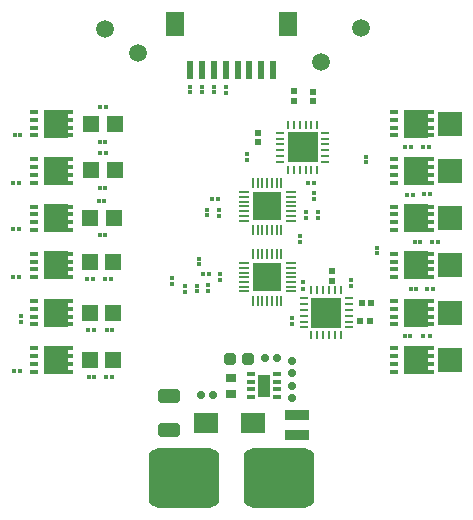
<source format=gbr>
%TF.GenerationSoftware,KiCad,Pcbnew,9.0.6*%
%TF.CreationDate,2025-12-26T21:42:16+01:00*%
%TF.ProjectId,esc,6573632e-6b69-4636-9164-5f7063625858,rev?*%
%TF.SameCoordinates,Original*%
%TF.FileFunction,Soldermask,Top*%
%TF.FilePolarity,Negative*%
%FSLAX46Y46*%
G04 Gerber Fmt 4.6, Leading zero omitted, Abs format (unit mm)*
G04 Created by KiCad (PCBNEW 9.0.6) date 2025-12-26 21:42:16*
%MOMM*%
%LPD*%
G01*
G04 APERTURE LIST*
G04 Aperture macros list*
%AMRoundRect*
0 Rectangle with rounded corners*
0 $1 Rounding radius*
0 $2 $3 $4 $5 $6 $7 $8 $9 X,Y pos of 4 corners*
0 Add a 4 corners polygon primitive as box body*
4,1,4,$2,$3,$4,$5,$6,$7,$8,$9,$2,$3,0*
0 Add four circle primitives for the rounded corners*
1,1,$1+$1,$2,$3*
1,1,$1+$1,$4,$5*
1,1,$1+$1,$6,$7*
1,1,$1+$1,$8,$9*
0 Add four rect primitives between the rounded corners*
20,1,$1+$1,$2,$3,$4,$5,0*
20,1,$1+$1,$4,$5,$6,$7,0*
20,1,$1+$1,$6,$7,$8,$9,0*
20,1,$1+$1,$8,$9,$2,$3,0*%
G04 Aperture macros list end*
%ADD10R,0.300000X0.320000*%
%ADD11R,0.280000X0.660000*%
%ADD12R,0.660000X0.280000*%
%ADD13R,2.550000X2.550000*%
%ADD14RoundRect,0.750000X-2.250000X-1.750000X2.250000X-1.750000X2.250000X1.750000X-2.250000X1.750000X0*%
%ADD15R,0.370000X0.320000*%
%ADD16R,2.000000X2.000000*%
%ADD17R,0.320000X0.300000*%
%ADD18R,0.800000X0.400000*%
%ADD19R,2.100000X2.400000*%
%ADD20R,1.410000X1.350000*%
%ADD21RoundRect,0.159000X-0.189000X0.159000X-0.189000X-0.159000X0.189000X-0.159000X0.189000X0.159000X0*%
%ADD22R,0.600000X0.500000*%
%ADD23R,0.500000X0.600000*%
%ADD24R,0.200000X0.850000*%
%ADD25R,0.850000X0.200000*%
%ADD26R,2.400000X2.400000*%
%ADD27RoundRect,0.265778X-0.647222X0.332222X-0.647222X-0.332222X0.647222X-0.332222X0.647222X0.332222X0*%
%ADD28C,1.500000*%
%ADD29R,0.320000X0.370000*%
%ADD30R,2.000000X0.850000*%
%ADD31RoundRect,0.244000X-0.244000X-0.269000X0.244000X-0.269000X0.244000X0.269000X-0.244000X0.269000X0*%
%ADD32RoundRect,0.159000X-0.159000X-0.189000X0.159000X-0.189000X0.159000X0.189000X-0.159000X0.189000X0*%
%ADD33R,0.900000X0.800000*%
%ADD34R,0.650000X0.450000*%
%ADD35R,1.100000X1.900000*%
%ADD36R,2.000000X1.800000*%
%ADD37R,0.600000X1.550000*%
%ADD38R,1.500000X2.000000*%
G04 APERTURE END LIST*
D10*
%TO.C,R55*%
X143415000Y-99000000D03*
X142935000Y-99000000D03*
%TD*%
D11*
%TO.C,U17*%
X158950000Y-96410000D03*
X159450000Y-96410000D03*
X159950000Y-96410000D03*
X160450000Y-96410000D03*
X160950000Y-96410000D03*
X161450000Y-96410000D03*
D12*
X162110000Y-95750000D03*
X162110000Y-95250000D03*
X162110000Y-94750000D03*
X162110000Y-94250000D03*
X162110000Y-93750000D03*
X162110000Y-93250000D03*
D11*
X161450000Y-92590000D03*
X160950000Y-92590000D03*
X160450000Y-92590000D03*
X159950000Y-92590000D03*
X159450000Y-92590000D03*
X158950000Y-92590000D03*
D12*
X158290000Y-93250000D03*
X158290000Y-93750000D03*
X158290000Y-94250000D03*
X158290000Y-94750000D03*
X158290000Y-95250000D03*
X158290000Y-95750000D03*
D13*
X160200000Y-94500000D03*
%TD*%
D14*
%TO.C,GND*%
X150200000Y-122500000D03*
%TD*%
D15*
%TO.C,C34*%
X171670000Y-102525000D03*
X171130000Y-102525000D03*
%TD*%
%TO.C,C22*%
X153070000Y-98850000D03*
X152530000Y-98850000D03*
%TD*%
D16*
%TO.C,U20*%
X172700000Y-92500000D03*
%TD*%
D17*
%TO.C,R38*%
X136325000Y-109290000D03*
X136325000Y-108810000D03*
%TD*%
D18*
%TO.C,Q2*%
X167950000Y-111520000D03*
X167950000Y-112180000D03*
X167950000Y-112830000D03*
X167950000Y-113480000D03*
X170950000Y-113480000D03*
X170950000Y-112830000D03*
X170950000Y-112170000D03*
X170950000Y-111520000D03*
D19*
X169800000Y-112500000D03*
%TD*%
D10*
%TO.C,R36*%
X143940000Y-105625000D03*
X143460000Y-105625000D03*
%TD*%
D15*
%TO.C,C8*%
X170945000Y-110500000D03*
X170405000Y-110500000D03*
%TD*%
%TO.C,C9*%
X171270000Y-106500000D03*
X170730000Y-106500000D03*
%TD*%
D20*
%TO.C,C12*%
X144175000Y-112500000D03*
X142175000Y-112500000D03*
%TD*%
D17*
%TO.C,R12*%
X150700000Y-89840000D03*
X150700000Y-89360000D03*
%TD*%
D18*
%TO.C,Q11*%
X137450000Y-103520000D03*
X137450000Y-104180000D03*
X137450000Y-104830000D03*
X137450000Y-105480000D03*
X140450000Y-105480000D03*
X140450000Y-104830000D03*
X140450000Y-104170000D03*
X140450000Y-103520000D03*
D19*
X139300000Y-104500000D03*
%TD*%
D21*
%TO.C,R89*%
X159300000Y-114700000D03*
X159300000Y-115700000D03*
%TD*%
D10*
%TO.C,R58*%
X136180000Y-101400000D03*
X135700000Y-101400000D03*
%TD*%
D17*
%TO.C,R75*%
X153700000Y-89865000D03*
X153700000Y-89385000D03*
%TD*%
D22*
%TO.C,D11*%
X159450000Y-90550000D03*
X159450000Y-89750000D03*
%TD*%
D17*
%TO.C,R71*%
X160500000Y-100010000D03*
X160500000Y-100490000D03*
%TD*%
D16*
%TO.C,U8*%
X172700000Y-108500000D03*
%TD*%
D17*
%TO.C,R67*%
X166525000Y-102985000D03*
X166525000Y-103465000D03*
%TD*%
%TO.C,R70*%
X161125000Y-98385000D03*
X161125000Y-98865000D03*
%TD*%
D10*
%TO.C,R57*%
X143540000Y-91075000D03*
X143060000Y-91075000D03*
%TD*%
%TO.C,R42*%
X136190000Y-105475000D03*
X135710000Y-105475000D03*
%TD*%
D18*
%TO.C,Q17*%
X137450000Y-91520000D03*
X137450000Y-92180000D03*
X137450000Y-92830000D03*
X137450000Y-93480000D03*
X140450000Y-93480000D03*
X140450000Y-92830000D03*
X140450000Y-92170000D03*
X140450000Y-91520000D03*
D19*
X139300000Y-92500000D03*
%TD*%
D18*
%TO.C,Q4*%
X167950000Y-107520000D03*
X167950000Y-108180000D03*
X167950000Y-108830000D03*
X167950000Y-109480000D03*
X170950000Y-109480000D03*
X170950000Y-108830000D03*
X170950000Y-108170000D03*
X170950000Y-107520000D03*
D19*
X169800000Y-108500000D03*
%TD*%
D23*
%TO.C,D3*%
X165100000Y-109200000D03*
X165900000Y-109200000D03*
%TD*%
D20*
%TO.C,C19*%
X144300000Y-92550000D03*
X142300000Y-92550000D03*
%TD*%
D17*
%TO.C,R27*%
X151250000Y-106690000D03*
X151250000Y-106210000D03*
%TD*%
D22*
%TO.C,D1*%
X162700000Y-105800000D03*
X162700000Y-105000000D03*
%TD*%
D10*
%TO.C,R63*%
X136290000Y-93450000D03*
X135810000Y-93450000D03*
%TD*%
D22*
%TO.C,D10*%
X156450000Y-94050000D03*
X156450000Y-93250000D03*
%TD*%
D18*
%TO.C,Q6*%
X167950000Y-103520000D03*
X167950000Y-104180000D03*
X167950000Y-104830000D03*
X167950000Y-105480000D03*
X170950000Y-105480000D03*
X170950000Y-104830000D03*
X170950000Y-104170000D03*
X170950000Y-103520000D03*
D19*
X169800000Y-104500000D03*
%TD*%
D17*
%TO.C,R31*%
X151450000Y-104390000D03*
X151450000Y-103910000D03*
%TD*%
D15*
%TO.C,C13*%
X152295000Y-105250000D03*
X151755000Y-105250000D03*
%TD*%
D17*
%TO.C,R68*%
X165550000Y-95285000D03*
X165550000Y-95765000D03*
%TD*%
D10*
%TO.C,R2*%
X169315000Y-110500000D03*
X168835000Y-110500000D03*
%TD*%
D18*
%TO.C,Q9*%
X137450000Y-111520000D03*
X137450000Y-112180000D03*
X137450000Y-112830000D03*
X137450000Y-113480000D03*
X140450000Y-113480000D03*
X140450000Y-112830000D03*
X140450000Y-112170000D03*
X140450000Y-111520000D03*
D19*
X139300000Y-112500000D03*
%TD*%
D17*
%TO.C,R25*%
X152225000Y-106665000D03*
X152225000Y-106185000D03*
%TD*%
D15*
%TO.C,C35*%
X171025000Y-98475000D03*
X170485000Y-98475000D03*
%TD*%
D10*
%TO.C,R37*%
X136255000Y-113450000D03*
X135775000Y-113450000D03*
%TD*%
D24*
%TO.C,U16*%
X156000000Y-101500000D03*
X156400000Y-101500000D03*
X156800000Y-101500000D03*
X157200000Y-101500000D03*
X157600000Y-101500000D03*
X158000000Y-101500000D03*
X158400000Y-101500000D03*
D25*
X159200000Y-100700000D03*
X159200000Y-100300000D03*
X159200000Y-99900000D03*
X159200000Y-99500000D03*
X159200000Y-99100000D03*
X159200000Y-98700000D03*
X159200000Y-98300000D03*
D24*
X158400000Y-97500000D03*
X158000000Y-97500000D03*
X157600000Y-97500000D03*
X157200000Y-97500000D03*
X156800000Y-97500000D03*
X156400000Y-97500000D03*
X156000000Y-97500000D03*
D25*
X155200000Y-98300000D03*
X155200000Y-98700000D03*
X155200000Y-99100000D03*
X155200000Y-99500000D03*
X155200000Y-99900000D03*
X155200000Y-100300000D03*
X155200000Y-100700000D03*
D26*
X157200000Y-99500000D03*
%TD*%
D17*
%TO.C,R26*%
X150275000Y-106715000D03*
X150275000Y-106235000D03*
%TD*%
D20*
%TO.C,C10*%
X144175000Y-104175000D03*
X142175000Y-104175000D03*
%TD*%
D27*
%TO.C,R87*%
X148900000Y-115540000D03*
X148900000Y-118460000D03*
%TD*%
D16*
%TO.C,U9*%
X172700000Y-112500000D03*
%TD*%
D18*
%TO.C,Q15*%
X137450000Y-99520000D03*
X137450000Y-100180000D03*
X137450000Y-100830000D03*
X137450000Y-101480000D03*
X140450000Y-101480000D03*
X140450000Y-100830000D03*
X140450000Y-100170000D03*
X140450000Y-99520000D03*
D19*
X139300000Y-100500000D03*
%TD*%
D15*
%TO.C,C36*%
X170920000Y-94500000D03*
X170380000Y-94500000D03*
%TD*%
D18*
%TO.C,Q20*%
X167950000Y-95520000D03*
X167950000Y-96180000D03*
X167950000Y-96830000D03*
X167950000Y-97480000D03*
X170950000Y-97480000D03*
X170950000Y-96830000D03*
X170950000Y-96170000D03*
X170950000Y-95520000D03*
D19*
X169800000Y-96500000D03*
%TD*%
D15*
%TO.C,C32*%
X160650000Y-97475000D03*
X161190000Y-97475000D03*
%TD*%
D14*
%TO.C,VBAT*%
X158200000Y-122500000D03*
%TD*%
D17*
%TO.C,R72*%
X160000000Y-102500000D03*
X160000000Y-102020000D03*
%TD*%
D28*
%TO.C,SWC4*%
X161800000Y-87275000D03*
%TD*%
D17*
%TO.C,R28*%
X149175000Y-105560000D03*
X149175000Y-106040000D03*
%TD*%
D10*
%TO.C,R60*%
X143010000Y-101900000D03*
X143490000Y-101900000D03*
%TD*%
D20*
%TO.C,C21*%
X144225000Y-100450000D03*
X142225000Y-100450000D03*
%TD*%
D29*
%TO.C,C33*%
X155500000Y-95055000D03*
X155500000Y-95595000D03*
%TD*%
D18*
%TO.C,Q22*%
X167950000Y-99520000D03*
X167950000Y-100180000D03*
X167950000Y-100830000D03*
X167950000Y-101480000D03*
X170950000Y-101480000D03*
X170950000Y-100830000D03*
X170950000Y-100170000D03*
X170950000Y-99520000D03*
D19*
X169800000Y-100500000D03*
%TD*%
D16*
%TO.C,U19*%
X172700000Y-96500000D03*
%TD*%
D29*
%TO.C,C7*%
X164300000Y-105730000D03*
X164300000Y-106270000D03*
%TD*%
D12*
%TO.C,U4*%
X160290000Y-107250000D03*
X160290000Y-107750000D03*
X160290000Y-108250000D03*
X160290000Y-108750000D03*
X160290000Y-109250000D03*
X160290000Y-109750000D03*
D11*
X160950000Y-110410000D03*
X161450000Y-110410000D03*
X161950000Y-110410000D03*
X162450000Y-110410000D03*
X162950000Y-110410000D03*
X163450000Y-110410000D03*
D12*
X164110000Y-109750000D03*
X164110000Y-109250000D03*
X164110000Y-108750000D03*
X164110000Y-108250000D03*
X164110000Y-107750000D03*
X164110000Y-107250000D03*
D11*
X163450000Y-106590000D03*
X162950000Y-106590000D03*
X162450000Y-106590000D03*
X161950000Y-106590000D03*
X161450000Y-106590000D03*
X160950000Y-106590000D03*
D13*
X162200000Y-108500000D03*
%TD*%
D10*
%TO.C,R62*%
X143020000Y-94025000D03*
X143500000Y-94025000D03*
%TD*%
D23*
%TO.C,D2*%
X165200000Y-107700000D03*
X166000000Y-107700000D03*
%TD*%
D17*
%TO.C,R32*%
X153175000Y-105690000D03*
X153175000Y-105210000D03*
%TD*%
D10*
%TO.C,R61*%
X143035000Y-94975000D03*
X143515000Y-94975000D03*
%TD*%
%TO.C,R35*%
X144090000Y-109975000D03*
X143610000Y-109975000D03*
%TD*%
D30*
%TO.C,L1*%
X159700000Y-118830000D03*
X159700000Y-117170000D03*
%TD*%
D16*
%TO.C,U7*%
X172700000Y-104500000D03*
%TD*%
D22*
%TO.C,D12*%
X161050000Y-90575000D03*
X161050000Y-89775000D03*
%TD*%
D16*
%TO.C,U18*%
X172700000Y-100500000D03*
%TD*%
D31*
%TO.C,C51*%
X154020000Y-112400000D03*
X155580000Y-112400000D03*
%TD*%
D32*
%TO.C,C49*%
X151600000Y-115500000D03*
X152600000Y-115500000D03*
%TD*%
D21*
%TO.C,R90*%
X159300000Y-112600000D03*
X159300000Y-113600000D03*
%TD*%
D10*
%TO.C,R56*%
X143490000Y-97900000D03*
X143010000Y-97900000D03*
%TD*%
%TO.C,R41*%
X141960000Y-105625000D03*
X142440000Y-105625000D03*
%TD*%
%TO.C,R65*%
X169515000Y-98525000D03*
X169035000Y-98525000D03*
%TD*%
D33*
%TO.C,C52*%
X154100000Y-115400000D03*
X154100000Y-114000000D03*
%TD*%
D17*
%TO.C,R53*%
X153100000Y-99795000D03*
X153100000Y-100275000D03*
%TD*%
%TO.C,R52*%
X152075000Y-99785000D03*
X152075000Y-100265000D03*
%TD*%
D32*
%TO.C,C53*%
X157000000Y-112300000D03*
X158000000Y-112300000D03*
%TD*%
D29*
%TO.C,C6*%
X160200000Y-105930000D03*
X160200000Y-106470000D03*
%TD*%
%TO.C,C5*%
X159300000Y-108930000D03*
X159300000Y-109470000D03*
%TD*%
D10*
%TO.C,R39*%
X142095000Y-113950000D03*
X142575000Y-113950000D03*
%TD*%
D28*
%TO.C,SWD2*%
X143475000Y-84450000D03*
%TD*%
D10*
%TO.C,R64*%
X169375000Y-94500000D03*
X168895000Y-94500000D03*
%TD*%
%TO.C,R66*%
X170165000Y-102525000D03*
X169685000Y-102525000D03*
%TD*%
D20*
%TO.C,C11*%
X144175000Y-108525000D03*
X142175000Y-108525000D03*
%TD*%
D18*
%TO.C,Q24*%
X167950000Y-91520000D03*
X167950000Y-92180000D03*
X167950000Y-92830000D03*
X167950000Y-93480000D03*
X170950000Y-93480000D03*
X170950000Y-92830000D03*
X170950000Y-92170000D03*
X170950000Y-91520000D03*
D19*
X169800000Y-92500000D03*
%TD*%
D34*
%TO.C,U22*%
X155800000Y-113700000D03*
X155800000Y-114350000D03*
X155800000Y-114990000D03*
X155800000Y-115640000D03*
X158060000Y-115640000D03*
X158060000Y-114990000D03*
X158060000Y-114350000D03*
X158060000Y-113700000D03*
D35*
X156930000Y-114670000D03*
%TD*%
D28*
%TO.C,SWC2*%
X146225000Y-86550000D03*
%TD*%
D36*
%TO.C,D17*%
X156000000Y-117800000D03*
X152000000Y-117800000D03*
%TD*%
D28*
%TO.C,SWD4*%
X165125000Y-84400000D03*
%TD*%
D25*
%TO.C,U3*%
X155200000Y-104300000D03*
X155200000Y-104700000D03*
X155200000Y-105100000D03*
X155200000Y-105500000D03*
X155200000Y-105900000D03*
X155200000Y-106300000D03*
X155200000Y-106700000D03*
D24*
X156000000Y-107500000D03*
X156400000Y-107500000D03*
X156800000Y-107500000D03*
X157200000Y-107500000D03*
X157600000Y-107500000D03*
X158000000Y-107500000D03*
X158400000Y-107500000D03*
D25*
X159200000Y-106700000D03*
X159200000Y-106300000D03*
X159200000Y-105900000D03*
X159200000Y-105500000D03*
X159200000Y-105100000D03*
X159200000Y-104700000D03*
X159200000Y-104300000D03*
D24*
X158400000Y-103500000D03*
X158000000Y-103500000D03*
X157600000Y-103500000D03*
X157200000Y-103500000D03*
X156800000Y-103500000D03*
X156400000Y-103500000D03*
X156000000Y-103500000D03*
D26*
X157200000Y-105500000D03*
%TD*%
D17*
%TO.C,R54*%
X152725000Y-89840000D03*
X152725000Y-89360000D03*
%TD*%
D18*
%TO.C,Q13*%
X137450000Y-95520000D03*
X137450000Y-96180000D03*
X137450000Y-96830000D03*
X137450000Y-97480000D03*
X140450000Y-97480000D03*
X140450000Y-96830000D03*
X140450000Y-96170000D03*
X140450000Y-95520000D03*
D19*
X139300000Y-96500000D03*
%TD*%
D10*
%TO.C,R59*%
X136165000Y-97475000D03*
X135685000Y-97475000D03*
%TD*%
%TO.C,R34*%
X144040000Y-113950000D03*
X143560000Y-113950000D03*
%TD*%
D37*
%TO.C,P1*%
X157700000Y-87940000D03*
X156700000Y-87940000D03*
X155700000Y-87940000D03*
X154700000Y-87940000D03*
X153700000Y-87940000D03*
X152700000Y-87940000D03*
X151700000Y-87940000D03*
X150700000Y-87940000D03*
D38*
X149400000Y-84060000D03*
X159000000Y-84060000D03*
%TD*%
D20*
%TO.C,C20*%
X144275000Y-96450000D03*
X142275000Y-96450000D03*
%TD*%
D17*
%TO.C,R69*%
X161475000Y-100010000D03*
X161475000Y-100490000D03*
%TD*%
D10*
%TO.C,R40*%
X142060000Y-109975000D03*
X142540000Y-109975000D03*
%TD*%
D17*
%TO.C,R33*%
X151700000Y-89840000D03*
X151700000Y-89360000D03*
%TD*%
D10*
%TO.C,R1*%
X169840000Y-106500000D03*
X169360000Y-106500000D03*
%TD*%
D18*
%TO.C,Q7*%
X137450000Y-107520000D03*
X137450000Y-108180000D03*
X137450000Y-108830000D03*
X137450000Y-109480000D03*
X140450000Y-109480000D03*
X140450000Y-108830000D03*
X140450000Y-108170000D03*
X140450000Y-107520000D03*
D19*
X139300000Y-108500000D03*
%TD*%
M02*

</source>
